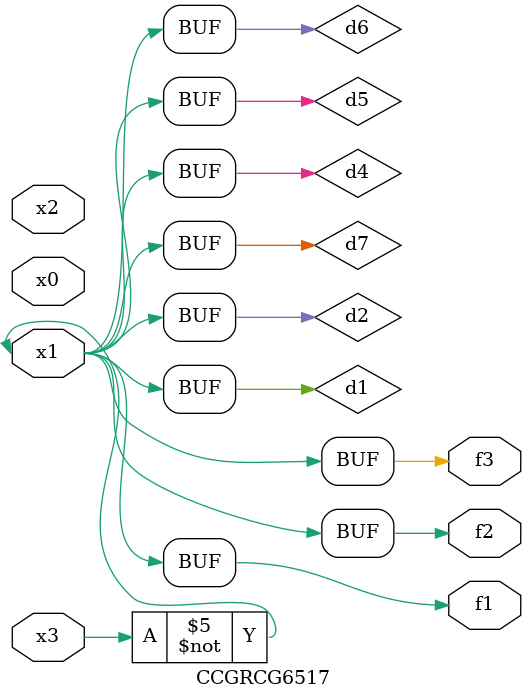
<source format=v>
module CCGRCG6517(
	input x0, x1, x2, x3,
	output f1, f2, f3
);

	wire d1, d2, d3, d4, d5, d6, d7;

	not (d1, x3);
	buf (d2, x1);
	xnor (d3, d1, d2);
	nor (d4, d1);
	buf (d5, d1, d2);
	buf (d6, d4, d5);
	nand (d7, d4);
	assign f1 = d6;
	assign f2 = d7;
	assign f3 = d6;
endmodule

</source>
